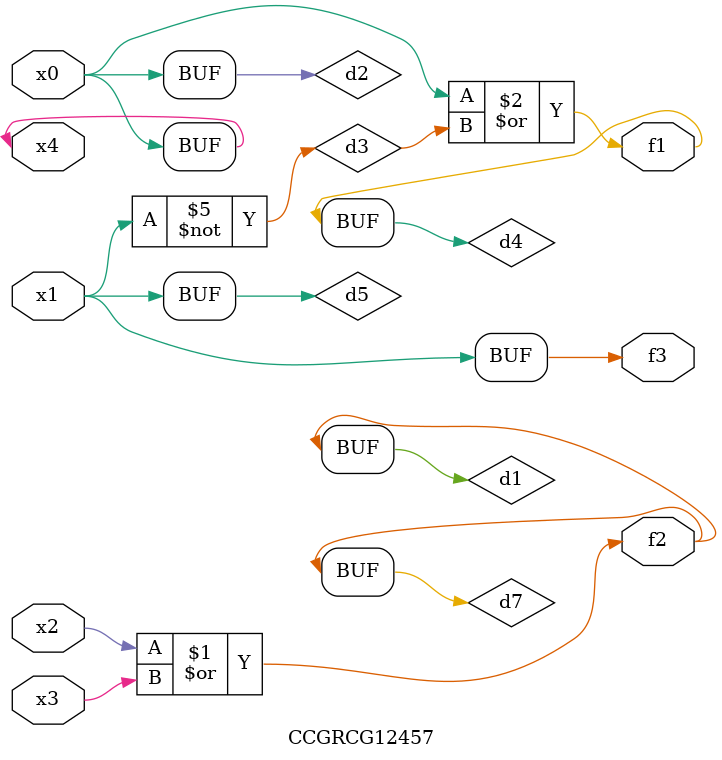
<source format=v>
module CCGRCG12457(
	input x0, x1, x2, x3, x4,
	output f1, f2, f3
);

	wire d1, d2, d3, d4, d5, d6, d7;

	or (d1, x2, x3);
	buf (d2, x0, x4);
	not (d3, x1);
	or (d4, d2, d3);
	not (d5, d3);
	nand (d6, d1, d3);
	or (d7, d1);
	assign f1 = d4;
	assign f2 = d7;
	assign f3 = d5;
endmodule

</source>
